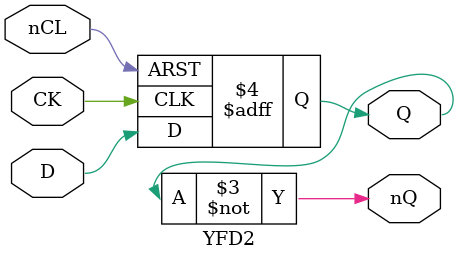
<source format=v>

module YFD2(
	input CK, D, nCL,
	output reg Q,
	output nQ
);

always @(posedge CK or negedge nCL) begin
	if (!nCL)
		Q <= 1'b0;
	else
		Q <= D;
end

assign nQ = ~Q;

endmodule

</source>
